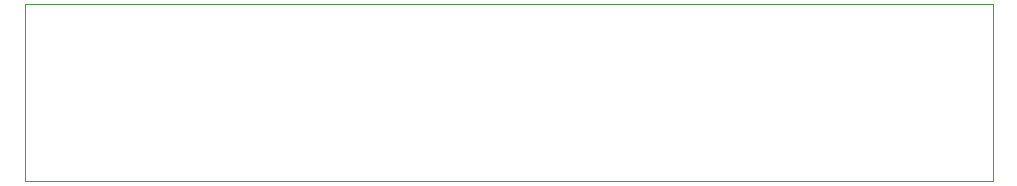
<source format=gbr>
G04 #@! TF.GenerationSoftware,KiCad,Pcbnew,(5.1.0)-1*
G04 #@! TF.CreationDate,2022-02-25T22:57:02-08:00*
G04 #@! TF.ProjectId,BTNPAD_TYPE_B,42544e50-4144-45f5-9459-50455f422e6b,rev?*
G04 #@! TF.SameCoordinates,PX7541940PY6316b30*
G04 #@! TF.FileFunction,Profile,NP*
%FSLAX45Y45*%
G04 Gerber Fmt 4.5, Leading zero omitted, Abs format (unit mm)*
G04 Created by KiCad (PCBNEW (5.1.0)-1) date 2022-02-25 22:57:02*
%MOMM*%
%LPD*%
G04 APERTURE LIST*
%ADD10C,0.050000*%
G04 APERTURE END LIST*
D10*
X8200000Y1500200D02*
X8200000Y0D01*
X0Y1500200D02*
X0Y0D01*
X0Y0D02*
X8200000Y0D01*
X0Y1500200D02*
X8200000Y1500200D01*
M02*

</source>
